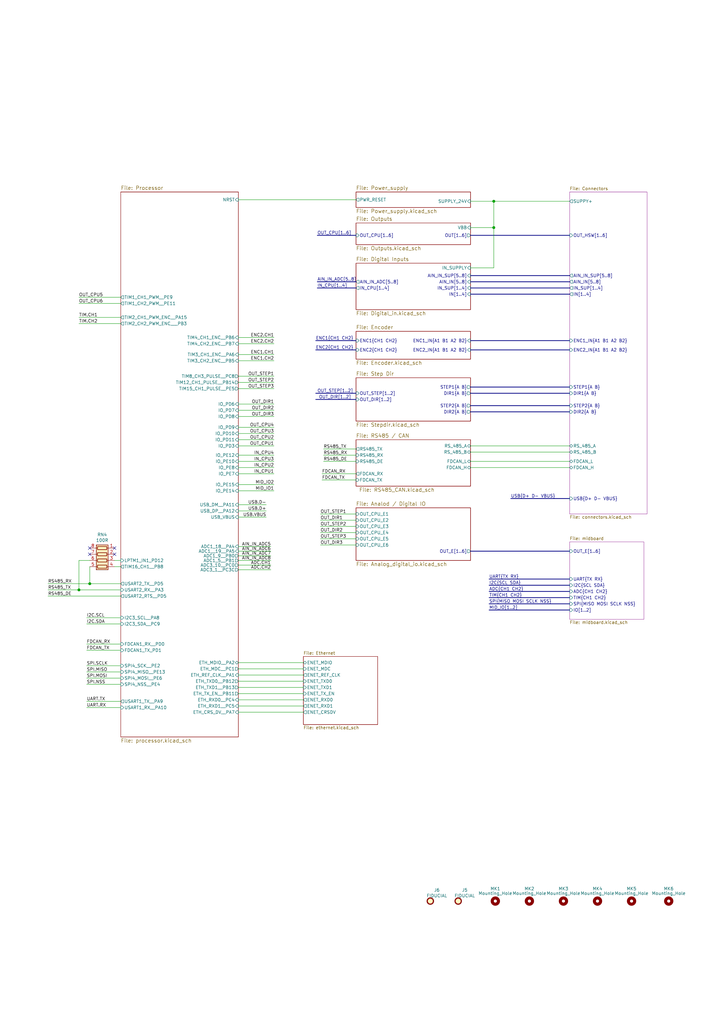
<source format=kicad_sch>
(kicad_sch (version 20201015) (generator eeschema)
  (paper "A3" portrait)
  (title_block (title "Uni printer") (date "2020-04-30") (rev "2.0") (company "Kartech") (comment 1 "jaroslaw.karwik@gmail.com"))
  (lib_symbols
    (symbol "Uni_Printer-rescue:Fiducial-Mechanical"
      (property "Reference" "FID" (at 0 5.08 0))
      (property "Value" "Fiducial-Mechanical" (at 0 3.175 0))
      (symbol "Fiducial-Mechanical_0_1"
        (circle (center 0 0) (radius 1.27) (stroke (width 0.508)) (fill (type background)))
      )
    )
    (symbol "Uni_Printer-rescue:Mounting_Hole-Sensor_tank_v1-rescue-Uni_General_v1-rescue-Uni_Printer_v1-rescue" (pin_names (offset 1.016))
      (property "Reference" "MK" (at 0 5.08 0))
      (property "Value" "Mounting_Hole-Sensor_tank_v1-rescue-Uni_General_v1-rescue-Uni_Printer_v1-rescue" (at 0 3.175 0))
      (symbol "Mounting_Hole-Sensor_tank_v1-rescue-Uni_General_v1-rescue-Uni_Printer_v1-rescue_0_1"
        (circle (center 0 0) (radius 1.27) (stroke (width 1.27)))
      )
    )
    (symbol "Uni_Printer-rescue:R_Pack04-Device" (pin_names (offset 0) hide)
      (property "Reference" "RN" (at -7.62 0 90))
      (property "Value" "R_Pack04-Device" (at 5.08 0 90))
      (symbol "R_Pack04-Device_0_1"
        (rectangle (start -5.715 1.905) (end -4.445 -1.905) (stroke (width 0.254)))
        (rectangle (start -3.175 1.905) (end -1.905 -1.905) (stroke (width 0.254)))
        (rectangle (start -0.635 1.905) (end 0.635 -1.905) (stroke (width 0.254)))
        (rectangle (start 1.905 1.905) (end 3.175 -1.905) (stroke (width 0.254)))
        (rectangle (start -6.35 -2.413) (end 3.81 2.413) (stroke (width 0.254)) (fill (type background)))
        (polyline (pts (xy -5.08 -2.54) (xy -5.08 -1.905)))
        (polyline (pts (xy -5.08 1.905) (xy -5.08 2.54)))
        (polyline (pts (xy -2.54 -2.54) (xy -2.54 -1.905)))
        (polyline (pts (xy -2.54 1.905) (xy -2.54 2.54)))
        (polyline (pts (xy 0 -2.54) (xy 0 -1.905)))
        (polyline (pts (xy 0 1.905) (xy 0 2.54)))
        (polyline (pts (xy 2.54 -2.54) (xy 2.54 -1.905)))
        (polyline (pts (xy 2.54 1.905) (xy 2.54 2.54)))
      )
      (symbol "R_Pack04-Device_1_1"
        (pin passive line (at -5.08 -5.08 90) (length 2.54) (name "R1.1") (number "1"))
        (pin passive line (at -2.54 -5.08 90) (length 2.54) (name "R2.1") (number "2"))
        (pin passive line (at 0 -5.08 90) (length 2.54) (name "R3.1") (number "3"))
        (pin passive line (at 2.54 -5.08 90) (length 2.54) (name "R4.1") (number "4"))
        (pin passive line (at 2.54 5.08 270) (length 2.54) (name "R4.2") (number "5"))
        (pin passive line (at 0 5.08 270) (length 2.54) (name "R3.2") (number "6"))
        (pin passive line (at -2.54 5.08 270) (length 2.54) (name "R2.2") (number "7"))
        (pin passive line (at -5.08 5.08 270) (length 2.54) (name "R1.2") (number "8"))
      )
    )
  )
  (junction (at 32.385 241.935) (diameter 1.016))
  (junction (at 36.83 239.395) (diameter 1.016))
  (junction (at 202.565 82.55) (diameter 1.016))
  (junction (at 202.565 93.345) (diameter 1.016))
  (no_connect (at 46.99 224.79))
  (no_connect (at 36.83 227.33))
  (no_connect (at 46.99 227.33))
  (no_connect (at 36.83 224.79))
  (wire (pts (xy 19.685 239.395) (xy 36.83 239.395)))
  (wire (pts (xy 19.685 241.935) (xy 32.385 241.935)))
  (wire (pts (xy 19.685 244.475) (xy 49.53 244.475)))
  (wire (pts (xy 32.385 124.46) (xy 49.53 124.46)))
  (wire (pts (xy 32.385 130.175) (xy 49.53 130.175)))
  (wire (pts (xy 32.385 132.715) (xy 49.53 132.715)))
  (wire (pts (xy 32.385 229.87) (xy 32.385 241.935)))
  (wire (pts (xy 32.385 241.935) (xy 49.53 241.935)))
  (wire (pts (xy 35.56 253.365) (xy 49.53 253.365)))
  (wire (pts (xy 35.56 255.905) (xy 49.53 255.905)))
  (wire (pts (xy 35.56 264.16) (xy 49.53 264.16)))
  (wire (pts (xy 35.56 266.7) (xy 49.53 266.7)))
  (wire (pts (xy 35.56 273.05) (xy 49.53 273.05)))
  (wire (pts (xy 35.56 275.59) (xy 49.53 275.59)))
  (wire (pts (xy 35.56 278.13) (xy 49.53 278.13)))
  (wire (pts (xy 35.56 280.67) (xy 49.53 280.67)))
  (wire (pts (xy 35.56 287.655) (xy 49.53 287.655)))
  (wire (pts (xy 35.56 290.195) (xy 49.53 290.195)))
  (wire (pts (xy 36.83 229.87) (xy 32.385 229.87)))
  (wire (pts (xy 36.83 232.41) (xy 36.83 239.395)))
  (wire (pts (xy 36.83 239.395) (xy 49.53 239.395)))
  (wire (pts (xy 46.99 229.87) (xy 49.53 229.87)))
  (wire (pts (xy 46.99 232.41) (xy 49.53 232.41)))
  (wire (pts (xy 49.53 121.92) (xy 32.385 121.92)))
  (wire (pts (xy 97.79 138.43) (xy 112.395 138.43)))
  (wire (pts (xy 97.79 140.97) (xy 112.395 140.97)))
  (wire (pts (xy 97.79 145.415) (xy 112.395 145.415)))
  (wire (pts (xy 97.79 147.955) (xy 112.395 147.955)))
  (wire (pts (xy 97.79 154.305) (xy 112.395 154.305)))
  (wire (pts (xy 97.79 156.845) (xy 112.395 156.845)))
  (wire (pts (xy 97.79 159.385) (xy 112.395 159.385)))
  (wire (pts (xy 97.79 165.735) (xy 112.395 165.735)))
  (wire (pts (xy 97.79 168.275) (xy 112.395 168.275)))
  (wire (pts (xy 97.79 170.815) (xy 112.395 170.815)))
  (wire (pts (xy 97.79 177.8) (xy 112.395 177.8)))
  (wire (pts (xy 97.79 182.88) (xy 112.395 182.88)))
  (wire (pts (xy 97.79 189.23) (xy 112.395 189.23)))
  (wire (pts (xy 97.79 194.31) (xy 112.395 194.31)))
  (wire (pts (xy 97.79 201.295) (xy 112.395 201.295)))
  (wire (pts (xy 97.79 207.01) (xy 109.22 207.01)))
  (wire (pts (xy 97.79 209.55) (xy 109.22 209.55)))
  (wire (pts (xy 97.79 212.09) (xy 109.22 212.09)))
  (wire (pts (xy 97.79 224.155) (xy 111.125 224.155)))
  (wire (pts (xy 97.79 226.06) (xy 111.125 226.06)))
  (wire (pts (xy 97.79 227.965) (xy 111.125 227.965)))
  (wire (pts (xy 97.79 229.87) (xy 111.125 229.87)))
  (wire (pts (xy 97.79 231.775) (xy 111.125 231.775)))
  (wire (pts (xy 97.79 233.68) (xy 111.125 233.68)))
  (wire (pts (xy 97.79 271.78) (xy 124.46 271.78)))
  (wire (pts (xy 97.79 274.32) (xy 124.46 274.32)))
  (wire (pts (xy 97.79 276.86) (xy 124.46 276.86)))
  (wire (pts (xy 97.79 279.4) (xy 124.46 279.4)))
  (wire (pts (xy 97.79 281.94) (xy 124.46 281.94)))
  (wire (pts (xy 97.79 284.48) (xy 124.46 284.48)))
  (wire (pts (xy 97.79 287.02) (xy 124.46 287.02)))
  (wire (pts (xy 97.79 289.56) (xy 124.46 289.56)))
  (wire (pts (xy 97.79 292.1) (xy 124.46 292.1)))
  (wire (pts (xy 112.395 175.26) (xy 97.79 175.26)))
  (wire (pts (xy 112.395 180.34) (xy 97.79 180.34)))
  (wire (pts (xy 112.395 186.69) (xy 97.79 186.69)))
  (wire (pts (xy 112.395 191.77) (xy 97.79 191.77)))
  (wire (pts (xy 112.395 198.755) (xy 97.79 198.755)))
  (wire (pts (xy 132.08 194.31) (xy 146.05 194.31)))
  (wire (pts (xy 132.08 196.85) (xy 146.05 196.85)))
  (wire (pts (xy 132.715 184.15) (xy 146.05 184.15)))
  (wire (pts (xy 132.715 186.69) (xy 146.05 186.69)))
  (wire (pts (xy 132.715 189.23) (xy 146.05 189.23)))
  (wire (pts (xy 146.05 81.915) (xy 97.79 81.915)))
  (wire (pts (xy 146.05 210.82) (xy 131.445 210.82)))
  (wire (pts (xy 146.05 213.36) (xy 131.445 213.36)))
  (wire (pts (xy 146.05 215.9) (xy 131.445 215.9)))
  (wire (pts (xy 146.05 218.44) (xy 131.445 218.44)))
  (wire (pts (xy 146.05 220.98) (xy 131.445 220.98)))
  (wire (pts (xy 146.05 223.52) (xy 131.445 223.52)))
  (wire (pts (xy 193.04 82.55) (xy 202.565 82.55)))
  (wire (pts (xy 193.04 93.345) (xy 202.565 93.345)))
  (wire (pts (xy 193.04 109.855) (xy 202.565 109.855)))
  (wire (pts (xy 193.04 182.88) (xy 233.68 182.88)))
  (wire (pts (xy 193.04 185.42) (xy 233.68 185.42)))
  (wire (pts (xy 193.04 189.23) (xy 233.68 189.23)))
  (wire (pts (xy 193.04 191.77) (xy 233.68 191.77)))
  (wire (pts (xy 202.565 82.55) (xy 233.68 82.55)))
  (wire (pts (xy 202.565 93.345) (xy 202.565 82.55)))
  (wire (pts (xy 202.565 109.855) (xy 202.565 93.345)))
  (bus (pts (xy 129.54 139.7) (xy 146.05 139.7)))
  (bus (pts (xy 129.54 143.51) (xy 146.05 143.51)))
  (bus (pts (xy 129.54 161.29) (xy 146.05 161.29)))
  (bus (pts (xy 129.54 163.83) (xy 146.05 163.83)))
  (bus (pts (xy 130.175 96.52) (xy 146.05 96.52)))
  (bus (pts (xy 130.175 115.57) (xy 146.05 115.57)))
  (bus (pts (xy 130.175 118.11) (xy 146.05 118.11)))
  (bus (pts (xy 193.04 96.52) (xy 233.68 96.52)))
  (bus (pts (xy 193.04 113.03) (xy 233.68 113.03)))
  (bus (pts (xy 193.04 115.57) (xy 233.68 115.57)))
  (bus (pts (xy 193.04 118.11) (xy 233.68 118.11)))
  (bus (pts (xy 193.04 120.65) (xy 233.68 120.65)))
  (bus (pts (xy 193.04 139.7) (xy 233.68 139.7)))
  (bus (pts (xy 193.04 143.51) (xy 233.68 143.51)))
  (bus (pts (xy 193.04 158.75) (xy 233.68 158.75)))
  (bus (pts (xy 193.04 161.29) (xy 233.68 161.29)))
  (bus (pts (xy 193.04 166.37) (xy 233.68 166.37)))
  (bus (pts (xy 193.04 168.91) (xy 233.68 168.91)))
  (bus (pts (xy 193.04 226.06) (xy 233.68 226.06)))
  (bus (pts (xy 200.66 237.49) (xy 233.68 237.49)))
  (bus (pts (xy 200.66 240.03) (xy 233.68 240.03)))
  (bus (pts (xy 200.66 242.57) (xy 233.68 242.57)))
  (bus (pts (xy 200.66 245.11) (xy 233.68 245.11)))
  (bus (pts (xy 200.66 247.65) (xy 233.68 247.65)))
  (bus (pts (xy 200.66 250.19) (xy 233.68 250.19)))
  (bus (pts (xy 209.55 204.47) (xy 233.68 204.47)))
  (label "RS485_RX" (at 19.685 239.395 0))
  (label "RS485_TX" (at 19.685 241.935 0))
  (label "RS485_DE" (at 19.685 244.475 0))
  (label "OUT_CPU5" (at 32.385 121.92 0))
  (label "OUT_CPU6" (at 32.385 124.46 0))
  (label "TIM.CH1" (at 32.385 130.175 0))
  (label "TIM.CH2" (at 32.385 132.715 0))
  (label "I2C.SCL" (at 35.56 253.365 0))
  (label "I2C.SDA" (at 35.56 255.905 0))
  (label "FDCAN_RX" (at 35.56 264.16 0))
  (label "FDCAN_TX" (at 35.56 266.7 0))
  (label "SPI.SCLK" (at 35.56 273.05 0))
  (label "SPI.MISO" (at 35.56 275.59 0))
  (label "SPI.MOSI" (at 35.56 278.13 0))
  (label "SPI.NSS" (at 35.56 280.67 0))
  (label "UART.TX" (at 35.56 287.655 0))
  (label "UART.RX" (at 35.56 290.195 0))
  (label "USB.D-" (at 109.22 207.01 180))
  (label "USB.D+" (at 109.22 209.55 180))
  (label "USB.VBUS" (at 109.22 212.09 180))
  (label "AIN_IN_ADC5" (at 111.125 224.155 180))
  (label "AIN_IN_ADC6" (at 111.125 226.06 180))
  (label "AIN_IN_ADC7" (at 111.125 227.965 180))
  (label "AIN_IN_ADC8" (at 111.125 229.87 180))
  (label "ADC.CH1" (at 111.125 231.775 180))
  (label "ADC.CH2" (at 111.125 233.68 180))
  (label "ENC2.CH1" (at 112.395 138.43 180))
  (label "ENC2.CH2" (at 112.395 140.97 180))
  (label "ENC1.CH1" (at 112.395 145.415 180))
  (label "ENC1.CH2" (at 112.395 147.955 180))
  (label "OUT_STEP1" (at 112.395 154.305 180))
  (label "OUT_STEP2" (at 112.395 156.845 180))
  (label "OUT_STEP3" (at 112.395 159.385 180))
  (label "OUT_DIR1" (at 112.395 165.735 180))
  (label "OUT_DIR2" (at 112.395 168.275 180))
  (label "OUT_DIR3" (at 112.395 170.815 180))
  (label "OUT_CPU4" (at 112.395 175.26 180))
  (label "OUT_CPU3" (at 112.395 177.8 180))
  (label "OUT_CPU2" (at 112.395 180.34 180))
  (label "OUT_CPU1" (at 112.395 182.88 180))
  (label "IN_CPU4" (at 112.395 186.69 180))
  (label "IN_CPU3" (at 112.395 189.23 180))
  (label "IN_CPU2" (at 112.395 191.77 180))
  (label "IN_CPU1" (at 112.395 194.31 180))
  (label "MID_IO2" (at 112.395 198.755 180))
  (label "MID_IO1" (at 112.395 201.295 180))
  (label "ENC1{CH1 CH2}" (at 129.54 139.7 0))
  (label "ENC2{CH1 CH2}" (at 129.54 143.51 0))
  (label "OUT_CPU[1..6]" (at 130.175 96.52 0))
  (label "AIN_IN_ADC[5..8]" (at 130.175 115.57 0))
  (label "IN_CPU[1..4]" (at 130.175 118.11 0))
  (label "OUT_STEP[1..2]" (at 130.175 161.29 0))
  (label "OUT_DIR[1..2]" (at 130.81 163.83 0))
  (label "OUT_STEP1" (at 131.445 210.82 0))
  (label "OUT_DIR1" (at 131.445 213.36 0))
  (label "OUT_STEP2" (at 131.445 215.9 0))
  (label "OUT_DIR2" (at 131.445 218.44 0))
  (label "OUT_STEP3" (at 131.445 220.98 0))
  (label "OUT_DIR3" (at 131.445 223.52 0))
  (label "FDCAN_RX" (at 132.08 194.31 0))
  (label "FDCAN_TX" (at 132.08 196.85 0))
  (label "RS485_TX" (at 132.715 184.15 0))
  (label "RS485_RX" (at 132.715 186.69 0))
  (label "RS485_DE" (at 132.715 189.23 0))
  (label "UART{TX RX}" (at 200.66 237.49 0))
  (label "I2C{SCL SDA}" (at 200.66 240.03 0))
  (label "ADC{CH1 CH2}" (at 200.66 242.57 0))
  (label "TIM{CH1 CH2}" (at 200.66 245.11 0))
  (label "SPI{MISO MOSI SCLK NSS}" (at 200.66 247.65 0))
  (label "MID_IO[1..2]" (at 200.66 250.19 0))
  (label "USB{D+ D- VBUS}" (at 209.55 204.47 0))
  (symbol (lib_id "Uni_Printer-rescue:Fiducial-Mechanical") (at 176.53 369.57 0) (unit 1)
    (property "Reference" "J6" (at 179.2224 365.0488 0))
    (property "Value" "FIDUCIAL" (at 179.2224 367.3602 0))
    (property "Footprint" "Fiducials:Fiducial_1mm_Dia_2mm_Outer" (effects hide))
  )
  (symbol (lib_id "Uni_Printer-rescue:Fiducial-Mechanical") (at 187.96 369.57 0) (unit 1)
    (property "Reference" "J5" (at 190.6524 365.0488 0))
    (property "Value" "FIDUCIAL" (at 190.6524 367.3602 0))
    (property "Footprint" "Fiducials:Fiducial_1mm_Dia_2mm_Outer" (effects hide))
  )
  (symbol (lib_id "Uni_Printer-rescue:Mounting_Hole-Sensor_tank_v1-rescue-Uni_General_v1-rescue-Uni_Printer_v1-rescue") (at 203.2 369.57 0) (unit 1)
    (property "Reference" "MK1" (at 203.2 364.49 0))
    (property "Value" "Mounting_Hole" (at 203.2 366.395 0))
    (property "Footprint" "MountingHole:MountingHole_3.2mm_M3" (effects hide))
  )
  (symbol (lib_id "Uni_Printer-rescue:Mounting_Hole-Sensor_tank_v1-rescue-Uni_General_v1-rescue-Uni_Printer_v1-rescue") (at 217.17 369.57 0) (unit 1)
    (property "Reference" "MK2" (at 217.17 364.49 0))
    (property "Value" "Mounting_Hole" (at 217.17 366.395 0))
    (property "Footprint" "MountingHole:MountingHole_3.2mm_M3" (effects hide))
  )
  (symbol (lib_id "Uni_Printer-rescue:Mounting_Hole-Sensor_tank_v1-rescue-Uni_General_v1-rescue-Uni_Printer_v1-rescue") (at 231.14 369.57 0) (unit 1)
    (property "Reference" "MK3" (at 231.14 364.49 0))
    (property "Value" "Mounting_Hole" (at 231.14 366.395 0))
    (property "Footprint" "MountingHole:MountingHole_3.2mm_M3" (effects hide))
  )
  (symbol (lib_id "Uni_Printer-rescue:Mounting_Hole-Sensor_tank_v1-rescue-Uni_General_v1-rescue-Uni_Printer_v1-rescue") (at 245.11 369.57 0) (unit 1)
    (property "Reference" "MK4" (at 245.11 364.49 0))
    (property "Value" "Mounting_Hole" (at 245.11 366.395 0))
    (property "Footprint" "MountingHole:MountingHole_3.2mm_M3" (effects hide))
  )
  (symbol (lib_id "Uni_Printer-rescue:Mounting_Hole-Sensor_tank_v1-rescue-Uni_General_v1-rescue-Uni_Printer_v1-rescue") (at 259.08 369.57 0) (unit 1)
    (property "Reference" "MK5" (at 259.08 364.49 0))
    (property "Value" "Mounting_Hole" (at 259.08 366.395 0))
    (property "Footprint" "MountingHole:MountingHole_3.2mm_M3" (effects hide))
  )
  (symbol (lib_id "Uni_Printer-rescue:Mounting_Hole-Sensor_tank_v1-rescue-Uni_General_v1-rescue-Uni_Printer_v1-rescue") (at 274.32 369.57 0) (unit 1)
    (property "Reference" "MK6" (at 274.32 364.49 0))
    (property "Value" "Mounting_Hole" (at 274.32 366.395 0))
    (property "Footprint" "MountingHole:MountingHole_3.2mm_M3" (effects hide))
  )
  (symbol (lib_id "Uni_Printer-rescue:R_Pack04-Device") (at 41.91 229.87 90) (mirror x) (unit 1)
    (property "Reference" "RN4" (at 41.91 219.2782 90))
    (property "Value" "100R" (at 41.91 221.5896 90))
    (property "Footprint" "moje:R_Array_Convex_4x0603" (effects hide))
    (property "TME" "DR1206-390K-4/8" (effects hide))
  )
  (sheet (at 146.05 208.28) (size 46.99 21.59)
    (property "Nazwa arkusza" "Analod / Digital IO" (at 146.05 207.5175 0) (effects (font (size 1.524 1.524)) (justify left bottom)))
    (property "Sheet file" "Analog_digital_io.kicad_sch" (at 146.05 230.4801 0) (effects (font (size 1.524 1.524)) (justify left top)))
    (pin "OUT_E[1..6]" output (at 193.04 226.06 0))
    (pin "OUT_CPU_E4" input (at 146.05 218.44 180))
    (pin "OUT_CPU_E2" input (at 146.05 213.36 180))
    (pin "OUT_CPU_E3" input (at 146.05 215.9 180))
    (pin "OUT_CPU_E1" input (at 146.05 210.82 180))
    (pin "OUT_CPU_E5" input (at 146.05 220.98 180))
    (pin "OUT_CPU_E6" input (at 146.05 223.52 180))
  )
  (sheet (at 233.68 78.74) (size 31.75 132.08) (stroke (width 0.001) (color 132 0 132 1)) (fill (color 255 255 255 0.0000))
    (property "Nazwa arkusza" "Connectors" (at 233.68 78.1041 0) (effects (justify left bottom)))
    (property "Sheet file" "connectors.kicad_sch" (at 233.68 211.3289 0) (effects (justify left top)))
    (pin "SUPPY+" output (at 233.68 82.55 180))
    (pin "IN[1..4]" output (at 233.68 120.65 180))
    (pin "IN_SUP[1..4]" output (at 233.68 118.11 180))
    (pin "AIN_IN[5..8]" output (at 233.68 115.57 180))
    (pin "AIN_IN_SUP[5..8]" output (at 233.68 113.03 180))
    (pin "RS_485_A" bidirectional (at 233.68 182.88 180))
    (pin "FDCAN_L" bidirectional (at 233.68 189.23 180))
    (pin "FDCAN_H" bidirectional (at 233.68 191.77 180))
    (pin "RS_485_B" bidirectional (at 233.68 185.42 180))
    (pin "STEP1{A B}" input (at 233.68 158.75 180))
    (pin "DIR1{A B}" input (at 233.68 161.29 180))
    (pin "ENC1_IN{A1 B1 A2 B2}" input (at 233.68 139.7 180))
    (pin "ENC2_IN{A1 B1 A2 B2}" input (at 233.68 143.51 180))
    (pin "STEP2{A B}" input (at 233.68 166.37 180))
    (pin "DIR2{A B}" input (at 233.68 168.91 180))
    (pin "USB{D+ D- VBUS}" input (at 233.68 204.47 180))
    (pin "OUT_HSW[1..6]" input (at 233.68 96.52 180))
  )
  (sheet (at 146.05 107.95) (size 46.99 19.05)
    (property "Nazwa arkusza" "Digital Inputs" (at 146.05 107.1875 0) (effects (font (size 1.524 1.524)) (justify left bottom)))
    (property "Sheet file" "Digital_in.kicad_sch" (at 146.05 127.6101 0) (effects (font (size 1.524 1.524)) (justify left top)))
    (pin "AIN_IN[5..8]" input (at 193.04 115.57 0))
    (pin "AIN_IN_SUP[5..8]" input (at 193.04 113.03 0))
    (pin "AIN_IN_ADC[5..8]" output (at 146.05 115.57 180))
    (pin "IN[1..4]" input (at 193.04 120.65 0))
    (pin "IN_CPU[1..4]" output (at 146.05 118.11 180))
    (pin "IN_SUP[1..4]" input (at 193.04 118.11 0))
    (pin "IN_SUPPLY" input (at 193.04 109.855 0))
  )
  (sheet (at 146.05 135.89) (size 46.99 11.43)
    (property "Nazwa arkusza" "Encoder" (at 146.05 135.1275 0) (effects (font (size 1.524 1.524)) (justify left bottom)))
    (property "Sheet file" "Encoder.kicad_sch" (at 146.05 147.9301 0) (effects (font (size 1.524 1.524)) (justify left top)))
    (pin "ENC1{CH1 CH2}" input (at 146.05 139.7 180))
    (pin "ENC1_IN{A1 B1 A2 B2}" input (at 193.04 139.7 0))
    (pin "ENC2{CH1 CH2}" input (at 146.05 143.51 180))
    (pin "ENC2_IN{A1 B1 A2 B2}" input (at 193.04 143.51 0))
  )
  (sheet (at 124.46 269.24) (size 30.48 27.94)
    (property "Nazwa arkusza" "Ethernet" (at 124.46 268.6045 0) (effects (justify left bottom)))
    (property "Sheet file" "ethernet.kicad_sch" (at 124.46 297.6885 0) (effects (justify left top)))
    (pin "ENET_MDIO" bidirectional (at 124.46 271.78 180))
    (pin "ENET_MDC" input (at 124.46 274.32 180))
    (pin "ENET_REF_CLK" output (at 124.46 276.86 180))
    (pin "ENET_TXD0" input (at 124.46 279.4 180))
    (pin "ENET_TXD1" input (at 124.46 281.94 180))
    (pin "ENET_TX_EN" input (at 124.46 284.48 180))
    (pin "ENET_RXD0" output (at 124.46 287.02 180))
    (pin "ENET_RXD1" output (at 124.46 289.56 180))
    (pin "ENET_CRSDV" output (at 124.46 292.1 180))
  )
  (sheet (at 146.05 91.44) (size 46.99 8.89)
    (property "Nazwa arkusza" "Outputs" (at 146.05 90.6775 0) (effects (font (size 1.524 1.524)) (justify left bottom)))
    (property "Sheet file" "Outputs.kicad_sch" (at 146.05 100.9401 0) (effects (font (size 1.524 1.524)) (justify left top)))
    (pin "OUT_CPU[1..6]" input (at 146.05 96.52 180))
    (pin "OUT[1..6]" output (at 193.04 96.52 0))
    (pin "VBB" input (at 193.04 93.345 0))
  )
  (sheet (at 146.05 78.74) (size 46.99 6.35)
    (property "Nazwa arkusza" "Power_supply" (at 146.05 77.9775 0) (effects (font (size 1.524 1.524)) (justify left bottom)))
    (property "Sheet file" "Power_supply.kicad_sch" (at 146.05 85.7001 0) (effects (font (size 1.524 1.524)) (justify left top)))
    (pin "SUPPLY_24V" input (at 193.04 82.55 0))
    (pin "PWR_RESET" output (at 146.05 81.915 180))
  )
  (sheet (at 49.53 78.74) (size 48.26 223.52)
    (property "Nazwa arkusza" "Processor" (at 49.53 77.9775 0) (effects (font (size 1.524 1.524)) (justify left bottom)))
    (property "Sheet file" "processor.kicad_sch" (at 49.53 302.8701 0) (effects (font (size 1.524 1.524)) (justify left top)))
    (pin "USB_VBUS" input (at 97.79 212.09 0))
    (pin "ETH_RXD1__PC5" input (at 97.79 289.56 0))
    (pin "ETH_RXD0__PC4" input (at 97.79 287.02 0))
    (pin "ETH_TX_EN__PB11" output (at 97.79 284.48 0))
    (pin "ETH_TXD0__PB12" output (at 97.79 279.4 0))
    (pin "ETH_TXD1__PB13" output (at 97.79 281.94 0))
    (pin "ETH_MDIO__PA2" bidirectional (at 97.79 271.78 0))
    (pin "ETH_REF_CLK__PA1" input (at 97.79 276.86 0))
    (pin "ETH_CRS_DV__PA7" input (at 97.79 292.1 0))
    (pin "ETH_MDC__PC1" output (at 97.79 274.32 0))
    (pin "SPI4_SCK__PE2" input (at 49.53 273.05 180))
    (pin "FDCAN1_RX__PD0" input (at 49.53 264.16 180))
    (pin "FDCAN1_TX_PD1" input (at 49.53 266.7 180))
    (pin "SPI4_MISO__PE13" input (at 49.53 275.59 180))
    (pin "SPI4_MOSI__PE6" input (at 49.53 278.13 180))
    (pin "SPI4_NSS__PE4" input (at 49.53 280.67 180))
    (pin "USART2_TX__PD5" output (at 49.53 239.395 180))
    (pin "USART2_RTS__PD5" output (at 49.53 244.475 180))
    (pin "USART2_RX__PA3" input (at 49.53 241.935 180))
    (pin "TIM1_CH1_PWM__PE9" output (at 49.53 121.92 180))
    (pin "TIM1_CH2_PWM__PE11" output (at 49.53 124.46 180))
    (pin "TIM2_CH1_PWM_ENC__PA15" output (at 49.53 130.175 180))
    (pin "TIM2_CH2_PWM_ENC___PB3" output (at 49.53 132.715 180))
    (pin "USART1_TX__PA9" output (at 49.53 287.655 180))
    (pin "USART1_RX__PA10" input (at 49.53 290.195 180))
    (pin "USB_DM__PA11" input (at 97.79 207.01 0))
    (pin "USB_DP__PA12" input (at 97.79 209.55 0))
    (pin "TIM4_CH1_ENC__PB6" input (at 97.79 138.43 0))
    (pin "TIM4_CH2_ENC__PB7" input (at 97.79 140.97 0))
    (pin "TIM3_CH1_ENC__PA6" input (at 97.79 145.415 0))
    (pin "TIM3_CH2_ENC__PB5" input (at 97.79 147.955 0))
    (pin "TIM15_CH1_PULSE__PE5" output (at 97.79 159.385 0))
    (pin "TIM12_CH1_PULSE__PB14" output (at 97.79 156.845 0))
    (pin "TIM8_CH3_PULSE__PC8" output (at 97.79 154.305 0))
    (pin "ADC1_18__PA4" input (at 97.79 224.155 0))
    (pin "ADC1__19__PA5" input (at 97.79 226.06 0))
    (pin "ADC1_9__PB0" output (at 97.79 227.965 0))
    (pin "ADC1_5__PB1" output (at 97.79 229.87 0))
    (pin "ADC3_10__PC0" output (at 97.79 231.775 0))
    (pin "ADC3_1__PC3C" output (at 97.79 233.68 0))
    (pin "LPTM1_IN1_PD12" input (at 49.53 229.87 180))
    (pin "IO_PD9" input (at 97.79 175.26 0))
    (pin "IO_PD10" input (at 97.79 177.8 0))
    (pin "IO_PD11" input (at 97.79 180.34 0))
    (pin "IO_PD7" input (at 97.79 168.275 0))
    (pin "IO_PD6" input (at 97.79 165.735 0))
    (pin "IO_PD8" input (at 97.79 170.815 0))
    (pin "IO_PE14" input (at 97.79 201.295 0))
    (pin "IO_PE15" input (at 97.79 198.755 0))
    (pin "IO_PE12" input (at 97.79 186.69 0))
    (pin "IO_PE10" input (at 97.79 189.23 0))
    (pin "IO_PE8" input (at 97.79 191.77 0))
    (pin "IO_PE7" input (at 97.79 194.31 0))
    (pin "IO_PD3" input (at 97.79 182.88 0))
    (pin "TIM16_CH1__PB8" output (at 49.53 232.41 180))
    (pin "I2C3_SCL__PA8" input (at 49.53 253.365 180))
    (pin "I2C3_SDA__PC9" input (at 49.53 255.905 180))
    (pin "NRST" input (at 97.79 81.915 0))
  )
  (sheet (at 146.05 180.34) (size 46.99 19.05)
    (property "Nazwa arkusza" "RS485 / CAN" (at 146.05 179.5775 0) (effects (font (size 1.524 1.524)) (justify left bottom)))
    (property "Sheet file" "RS485_CAN.kicad_sch" (at 147.32 200.0001 0) (effects (font (size 1.524 1.524)) (justify left top)))
    (pin "FDCAN_L" bidirectional (at 193.04 189.23 0))
    (pin "RS_485_A" bidirectional (at 193.04 182.88 0))
    (pin "RS_485_B" bidirectional (at 193.04 185.42 0))
    (pin "FDCAN_H" bidirectional (at 193.04 191.77 0))
    (pin "RS485_RX" input (at 146.05 186.69 180))
    (pin "RS485_TX" output (at 146.05 184.15 180))
    (pin "RS485_DE" input (at 146.05 189.23 180))
    (pin "FDCAN_TX" input (at 146.05 196.85 180))
    (pin "FDCAN_RX" output (at 146.05 194.31 180))
  )
  (sheet (at 146.05 154.94) (size 46.99 17.78)
    (property "Nazwa arkusza" "Step Dir" (at 146.05 154.1775 0) (effects (font (size 1.524 1.524)) (justify left bottom)))
    (property "Sheet file" "Stepdir.kicad_sch" (at 146.05 173.3301 0) (effects (font (size 1.524 1.524)) (justify left top)))
    (pin "STEP2{A B}" output (at 193.04 166.37 0))
    (pin "DIR1{A B}" output (at 193.04 161.29 0))
    (pin "STEP1{A B}" output (at 193.04 158.75 0))
    (pin "DIR2{A B}" output (at 193.04 168.91 0))
    (pin "OUT_STEP[1..2]" input (at 146.05 161.29 180))
    (pin "OUT_DIR[1..2]" input (at 146.05 163.83 180))
  )
  (sheet (at 233.68 222.25) (size 30.48 31.75) (stroke (width 0.001) (color 132 0 132 1)) (fill (color 255 255 255 0.0000))
    (property "Nazwa arkusza" "midboard" (at 233.68 221.6141 0) (effects (justify left bottom)))
    (property "Sheet file" "midboard.kicad_sch" (at 233.68 254.5089 0) (effects (justify left top)))
    (pin "OUT_E[1..6]" input (at 233.68 226.06 180))
    (pin "UART{TX RX}" input (at 233.68 237.49 180))
    (pin "I2C{SCL SDA}" input (at 233.68 240.03 180))
    (pin "ADC{CH1 CH2}" input (at 233.68 242.57 180))
    (pin "TIM{CH1 CH2}" input (at 233.68 245.11 180))
    (pin "SPI{MISO MOSI SCLK NSS}" input (at 233.68 247.65 180))
    (pin "IO[1..2]" input (at 233.68 250.19 180))
  )
)
</source>
